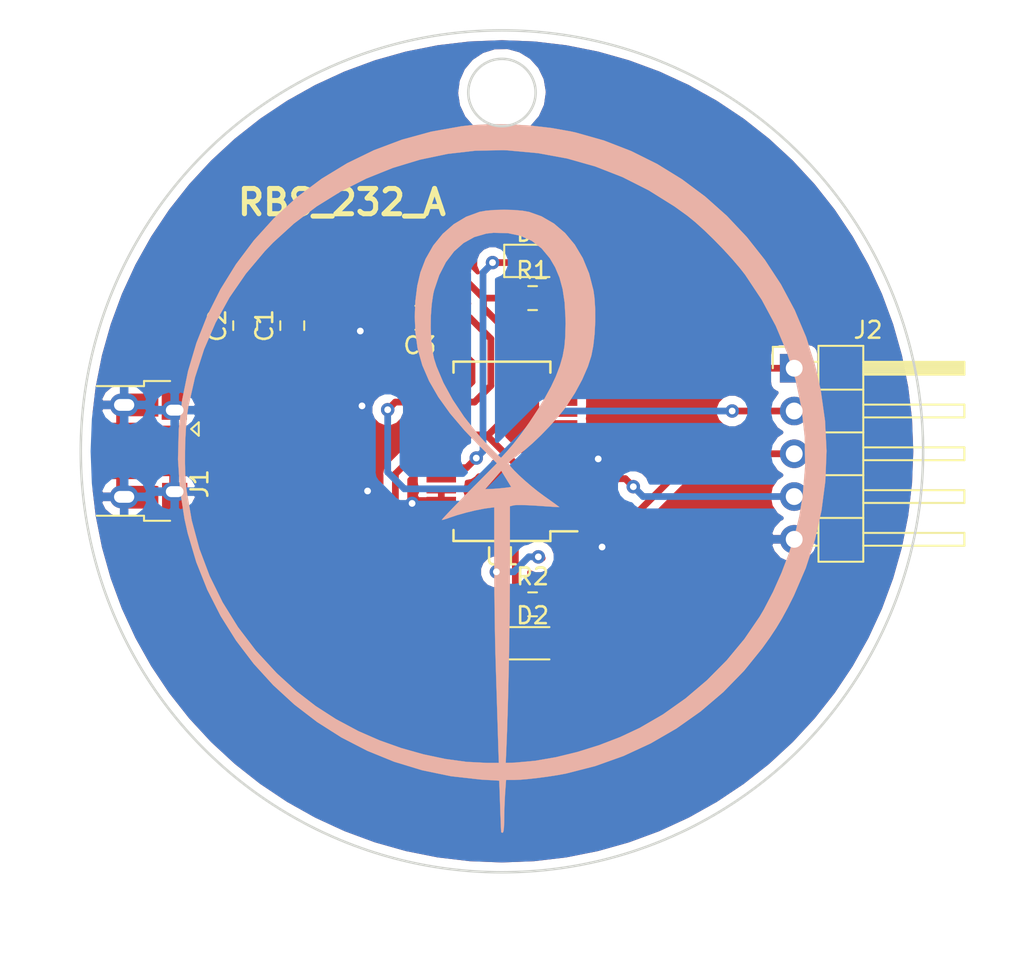
<source format=kicad_pcb>
(kicad_pcb (version 20171130) (host pcbnew 5.0.2-bee76a0~70~ubuntu18.04.1)
  (layers (0 F.Cu signal) (31 B.Cu signal) (34 B.Paste user) (35 F.Paste user) (36 B.SilkS user) (37 F.SilkS user) (38 B.Mask user) (39 F.Mask user) (44 Edge.Cuts user))
  (net 0 "")
  (net 1 "Net-(C1-Pad1)")
  (net 2 GND)
  (net 3 "Net-(C3-Pad1)")
  (net 4 "Net-(D1-Pad2)")
  (net 5 "Net-(D1-Pad1)")
  (net 6 "Net-(D2-Pad1)")
  (net 7 "Net-(D2-Pad2)")
  (net 8 "Net-(J1-Pad2)")
  (net 9 "Net-(J1-Pad3)")
  (net 10 "Net-(J1-Pad4)")
  (net 11 "Net-(J2-Pad3)")
  (net 12 "Net-(J2-Pad4)")
  (net 13 "Net-(U1-Pad2)")
  (net 14 "Net-(U1-Pad3)")
  (net 15 "Net-(U1-Pad6)")
  (net 16 "Net-(U1-Pad9)")
  (net 17 "Net-(U1-Pad10)")
  (net 18 "Net-(U1-Pad11)")
  (net 19 "Net-(U1-Pad12)")
  (net 20 "Net-(U1-Pad13)")
  (net 21 "Net-(U1-Pad14)")
  (net 22 "Net-(U1-Pad19)")
  (net 23 "Net-(U1-Pad27)")
  (net 24 "Net-(U1-Pad28)")
  (module Capacitor_SMD:C_0805_2012Metric_Pad1.15x1.40mm_HandSolder (layer F.Cu) (at 156.5656 86.3436 90)
    (fp_text reference C1 (at 0 -1.65 90) (layer F.SilkS))
    (fp_text value 10n)
    (pad 1 smd roundrect (at -1.025 0 90) (size 1.15 1.4) (layers F.Cu F.Paste F.Mask) (roundrect_rratio 0.217391) (net 1 "Net-(C1-Pad1)"))
    (pad 2 smd roundrect (at 1.025 0 90) (size 1.15 1.4) (layers F.Cu F.Paste F.Mask) (roundrect_rratio 0.217391) (net 2 GND))
  )
  (module Capacitor_SMD:C_0805_2012Metric_Pad1.15x1.40mm_HandSolder (layer F.Cu) (at 153.7716 86.3436 90)
    (fp_text reference C2 (at 0 -1.65 90) (layer F.SilkS))
    (fp_text value 100n)
    (pad 2 smd roundrect (at 1.025 0 90) (size 1.15 1.4) (layers F.Cu F.Paste F.Mask) (roundrect_rratio 0.217391) (net 2 GND))
    (pad 1 smd roundrect (at -1.025 0 90) (size 1.15 1.4) (layers F.Cu F.Paste F.Mask) (roundrect_rratio 0.217391) (net 1 "Net-(C1-Pad1)"))
  )
  (module Capacitor_SMD:C_0805_2012Metric_Pad1.15x1.40mm_HandSolder (layer F.Cu) (at 164.1348 85.8774 180)
    (fp_text reference C3 (at 0 -1.65 180) (layer F.SilkS))
    (fp_text value 100n)
    (pad 1 smd roundrect (at -1.025 0 180) (size 1.15 1.4) (layers F.Cu F.Paste F.Mask) (roundrect_rratio 0.217391) (net 3 "Net-(C3-Pad1)"))
    (pad 2 smd roundrect (at 1.025 0 180) (size 1.15 1.4) (layers F.Cu F.Paste F.Mask) (roundrect_rratio 0.217391) (net 2 GND))
  )
  (module LED_SMD:LED_0805_2012Metric (layer F.Cu) (at 170.8314 82.4992)
    (fp_text reference D1 (at 0 -1.65) (layer F.SilkS))
    (fp_text value LED_TX)
    (pad 2 smd roundrect (at 0.9375 0) (size 0.975 1.4) (layers F.Cu F.Paste F.Mask) (net 4 "Net-(D1-Pad2)"))
    (pad 1 smd roundrect (at -0.9375 0) (size 0.975 1.4) (layers F.Cu F.Paste F.Mask) (net 5 "Net-(D1-Pad1)"))
  )
  (module LED_SMD:LED_0805_2012Metric (layer F.Cu) (at 170.8314 105.2068)
    (fp_text reference D2 (at 0 -1.65) (layer F.SilkS))
    (fp_text value LED_RX)
    (pad 1 smd roundrect (at -0.9375 0) (size 0.975 1.4) (layers F.Cu F.Paste F.Mask) (net 6 "Net-(D2-Pad1)"))
    (pad 2 smd roundrect (at 0.9375 0) (size 0.975 1.4) (layers F.Cu F.Paste F.Mask) (net 7 "Net-(D2-Pad2)"))
  )
  (module Connector_USB:USB_Micro-B_Amphenol_10103594-0001LF_Horizontal (layer F.Cu) (at 147.701 93.8086 270)
    (fp_text reference J1 (at 1.925 -3.365 270) (layer F.SilkS))
    (fp_text value USB_B_Micro hide)
    (pad 6 smd rect (at 2.725 0.185 270) (size 1.35 2) (layers F.Cu F.Paste F.Mask) (net 2 GND))
    (pad 6 smd rect (at -2.755 0.185 270) (size 1.35 2) (layers F.Cu F.Paste F.Mask) (net 2 GND))
    (pad 6 smd rect (at -2.975 -0.565 270) (size 1.825 0.7) (layers F.Cu F.Paste F.Mask) (net 2 GND))
    (pad 6 smd rect (at 2.975 -0.565 270) (size 1.825 0.7) (layers F.Cu F.Paste F.Mask) (net 2 GND))
    (pad 6 smd rect (at -2.875 -1.865 270) (size 2 1.5) (layers F.Cu F.Paste F.Mask) (net 2 GND))
    (pad 6 smd rect (at 2.875 -1.885 270) (size 2 1.5) (layers F.Cu F.Paste F.Mask) (net 2 GND))
    (pad 1 smd rect (at -1.325 -1.765) (size 1.65 0.4) (layers F.Cu F.Paste F.Mask) (net 1 "Net-(C1-Pad1)"))
    (pad 2 smd rect (at -0.675 -1.765) (size 1.65 0.4) (layers F.Cu F.Paste F.Mask) (net 8 "Net-(J1-Pad2)"))
    (pad 3 smd rect (at -0.025 -1.765) (size 1.65 0.4) (layers F.Cu F.Paste F.Mask) (net 9 "Net-(J1-Pad3)"))
    (pad 4 smd rect (at 0.625 -1.765) (size 1.65 0.4) (layers F.Cu F.Paste F.Mask) (net 10 "Net-(J1-Pad4)"))
    (pad 5 smd rect (at 1.275 -1.765) (size 1.65 0.4) (layers F.Cu F.Paste F.Mask) (net 2 GND))
    (pad 6 thru_hole oval (at -2.445 -1.885) (size 1.5 1.1) (drill oval 1.05 0.65) (layers *.Cu *.Mask) (net 2 GND))
    (pad 6 thru_hole oval (at 2.395 -1.885) (size 1.5 1.1) (drill oval 1.05 0.65) (layers *.Cu *.Mask) (net 2 GND))
    (pad 6 thru_hole oval (at -2.755 1.115) (size 1.7 1.35) (drill oval 1.2 0.7) (layers *.Cu *.Mask) (net 2 GND))
    (pad 6 thru_hole oval (at 2.705 1.115) (size 1.7 1.35) (drill oval 1.2 0.7) (layers *.Cu *.Mask) (net 2 GND))
    (pad 6 smd rect (at -0.985 1.385) (size 2.5 1.43) (layers F.Cu F.Paste F.Mask) (net 2 GND))
    (pad 6 smd rect (at 0.935 1.385) (size 2.5 1.43) (layers F.Cu F.Paste F.Mask) (net 2 GND))
  )
  (module Connector_PinHeader_2.54mm:PinHeader_1x05_P2.54mm_Horizontal (layer F.Cu) (at 186.3598 88.8746)
    (fp_text reference J2 (at 4.385 -2.27) (layer F.SilkS))
    (fp_text value Conn_01x05)
    (pad 1 thru_hole rect (at 0 0) (size 1.7 1.7) (drill 1) (layers *.Cu *.Mask) (net 1 "Net-(C1-Pad1)"))
    (pad 2 thru_hole oval (at 0 2.54) (size 1.7 1.7) (drill 1) (layers *.Cu *.Mask) (net 3 "Net-(C3-Pad1)"))
    (pad 3 thru_hole oval (at 0 5.08) (size 1.7 1.7) (drill 1) (layers *.Cu *.Mask) (net 11 "Net-(J2-Pad3)"))
    (pad 4 thru_hole oval (at 0 7.62) (size 1.7 1.7) (drill 1) (layers *.Cu *.Mask) (net 12 "Net-(J2-Pad4)"))
    (pad 5 thru_hole oval (at 0 10.16) (size 1.7 1.7) (drill 1) (layers *.Cu *.Mask) (net 2 GND))
  )
  (module Resistor_SMD:R_0805_2012Metric_Pad1.15x1.40mm_HandSolder (layer F.Cu) (at 170.8314 84.709)
    (fp_text reference R1 (at 0 -1.65) (layer F.SilkS))
    (fp_text value 270)
    (pad 2 smd roundrect (at 1.025 0) (size 1.15 1.4) (layers F.Cu F.Paste F.Mask) (roundrect_rratio 0.217391) (net 4 "Net-(D1-Pad2)"))
    (pad 1 smd roundrect (at -1.025 0) (size 1.15 1.4) (layers F.Cu F.Paste F.Mask) (roundrect_rratio 0.217391) (net 1 "Net-(C1-Pad1)"))
  )
  (module Resistor_SMD:R_0805_2012Metric_Pad1.15x1.40mm_HandSolder (layer F.Cu) (at 170.8314 102.8954)
    (fp_text reference R2 (at 0 -1.65) (layer F.SilkS))
    (fp_text value 270)
    (pad 1 smd roundrect (at -1.025 0) (size 1.15 1.4) (layers F.Cu F.Paste F.Mask) (roundrect_rratio 0.217391) (net 1 "Net-(C1-Pad1)"))
    (pad 2 smd roundrect (at 1.025 0) (size 1.15 1.4) (layers F.Cu F.Paste F.Mask) (roundrect_rratio 0.217391) (net 7 "Net-(D2-Pad2)"))
  )
  (module Package_SO:SSOP-28_5.3x10.2mm_P0.65mm (layer F.Cu) (at 169.0116 93.8086 180)
    (fp_text reference U1 (at 0 -6.25 180) (layer F.SilkS))
    (fp_text value FT232RL)
    (pad 1 smd rect (at -3.6 -4.225 180) (size 1.75 0.45) (layers F.Cu F.Paste F.Mask) (net 11 "Net-(J2-Pad3)"))
    (pad 2 smd rect (at -3.6 -3.575 180) (size 1.75 0.45) (layers F.Cu F.Paste F.Mask) (net 13 "Net-(U1-Pad2)"))
    (pad 3 smd rect (at -3.6 -2.925 180) (size 1.75 0.45) (layers F.Cu F.Paste F.Mask) (net 14 "Net-(U1-Pad3)"))
    (pad 4 smd rect (at -3.6 -2.275 180) (size 1.75 0.45) (layers F.Cu F.Paste F.Mask) (net 1 "Net-(C1-Pad1)"))
    (pad 5 smd rect (at -3.6 -1.625 180) (size 1.75 0.45) (layers F.Cu F.Paste F.Mask) (net 12 "Net-(J2-Pad4)"))
    (pad 6 smd rect (at -3.6 -0.975 180) (size 1.75 0.45) (layers F.Cu F.Paste F.Mask) (net 15 "Net-(U1-Pad6)"))
    (pad 7 smd rect (at -3.6 -0.325 180) (size 1.75 0.45) (layers F.Cu F.Paste F.Mask) (net 2 GND))
    (pad 8 smd rect (at -3.6 0.325 180) (size 1.75 0.45) (layers F.Cu F.Paste F.Mask))
    (pad 9 smd rect (at -3.6 0.975 180) (size 1.75 0.45) (layers F.Cu F.Paste F.Mask) (net 16 "Net-(U1-Pad9)"))
    (pad 10 smd rect (at -3.6 1.625 180) (size 1.75 0.45) (layers F.Cu F.Paste F.Mask) (net 17 "Net-(U1-Pad10)"))
    (pad 11 smd rect (at -3.6 2.275 180) (size 1.75 0.45) (layers F.Cu F.Paste F.Mask) (net 18 "Net-(U1-Pad11)"))
    (pad 12 smd rect (at -3.6 2.925 180) (size 1.75 0.45) (layers F.Cu F.Paste F.Mask) (net 19 "Net-(U1-Pad12)"))
    (pad 13 smd rect (at -3.6 3.575 180) (size 1.75 0.45) (layers F.Cu F.Paste F.Mask) (net 20 "Net-(U1-Pad13)"))
    (pad 14 smd rect (at -3.6 4.225 180) (size 1.75 0.45) (layers F.Cu F.Paste F.Mask) (net 21 "Net-(U1-Pad14)"))
    (pad 15 smd rect (at 3.6 4.225 180) (size 1.75 0.45) (layers F.Cu F.Paste F.Mask) (net 9 "Net-(J1-Pad3)"))
    (pad 16 smd rect (at 3.6 3.575 180) (size 1.75 0.45) (layers F.Cu F.Paste F.Mask) (net 8 "Net-(J1-Pad2)"))
    (pad 17 smd rect (at 3.6 2.925 180) (size 1.75 0.45) (layers F.Cu F.Paste F.Mask) (net 3 "Net-(C3-Pad1)"))
    (pad 18 smd rect (at 3.6 2.275 180) (size 1.75 0.45) (layers F.Cu F.Paste F.Mask) (net 2 GND))
    (pad 19 smd rect (at 3.6 1.625 180) (size 1.75 0.45) (layers F.Cu F.Paste F.Mask) (net 22 "Net-(U1-Pad19)"))
    (pad 20 smd rect (at 3.6 0.975 180) (size 1.75 0.45) (layers F.Cu F.Paste F.Mask) (net 1 "Net-(C1-Pad1)"))
    (pad 21 smd rect (at 3.6 0.325 180) (size 1.75 0.45) (layers F.Cu F.Paste F.Mask) (net 2 GND))
    (pad 22 smd rect (at 3.6 -0.325 180) (size 1.75 0.45) (layers F.Cu F.Paste F.Mask) (net 6 "Net-(D2-Pad1)"))
    (pad 23 smd rect (at 3.6 -0.975 180) (size 1.75 0.45) (layers F.Cu F.Paste F.Mask) (net 5 "Net-(D1-Pad1)"))
    (pad 24 smd rect (at 3.6 -1.625 180) (size 1.75 0.45) (layers F.Cu F.Paste F.Mask))
    (pad 25 smd rect (at 3.6 -2.275 180) (size 1.75 0.45) (layers F.Cu F.Paste F.Mask) (net 2 GND))
    (pad 26 smd rect (at 3.6 -2.925 180) (size 1.75 0.45) (layers F.Cu F.Paste F.Mask) (net 2 GND))
    (pad 27 smd rect (at 3.6 -3.575 180) (size 1.75 0.45) (layers F.Cu F.Paste F.Mask) (net 23 "Net-(U1-Pad27)"))
    (pad 28 smd rect (at 3.6 -4.225 180) (size 1.75 0.45) (layers F.Cu F.Paste F.Mask) (net 24 "Net-(U1-Pad28)"))
  )
  (module custom:RBS_1.5in (layer B.Cu) (at 169.0624 95.377 180)
    (fp_text reference G*** hide)
    (fp_text value LOGO hide)
  )
  (module Symbol:OSHW-Logo_5.7x6mm_Copper (layer F.Cu) (at 180.0098 107.7976)
    (fp_text reference REF** hide)
    (fp_text value OSHW-Logo_5.7x6mm_Copper hide)
    (fp_poly (pts (xy 0.376964 -2.709982) (xy 0.433812 -2.40843) (xy 0.853338 -2.235488) (xy 1.104984 -2.406605) (xy 1.175458 -2.45425) (xy 1.239163 -2.49679) (xy 1.293126 -2.532285) (xy 1.334373 -2.55879) (xy 1.359934 -2.574364) (xy 1.366895 -2.577722) (xy 1.379435 -2.569086) (xy 1.406231 -2.545208) (xy 1.44428 -2.509141) (xy 1.490579 -2.463933) (xy 1.542123 -2.412636) (xy 1.595909 -2.358299) (xy 1.648935 -2.303972) (xy 1.698195 -2.252705) (xy 1.740687 -2.207549) (xy 1.773407 -2.171554) (xy 1.793351 -2.14777) (xy 1.798119 -2.13981) (xy 1.791257 -2.125135) (xy 1.77202 -2.092986) (xy 1.74243 -2.046508) (xy 1.70451 -1.988844) (xy 1.660282 -1.92314) (xy 1.634654 -1.885664) (xy 1.587941 -1.817232) (xy 1.546432 -1.75548) (xy 1.51214 -1.703481) (xy 1.48708 -1.664308) (xy 1.473264 -1.641035) (xy 1.471188 -1.636145) (xy 1.475895 -1.622245) (xy 1.488723 -1.58985) (xy 1.507738 -1.543515) (xy 1.531003 -1.487794) (xy 1.556584 -1.427242) (xy 1.582545 -1.366414) (xy 1.60695 -1.309864) (xy 1.627863 -1.262148) (xy 1.643349 -1.227819) (xy 1.651472 -1.211432) (xy 1.651952 -1.210788) (xy 1.664707 -1.207659) (xy 1.698677 -1.200679) (xy 1.75034 -1.190533) (xy 1.816176 -1.177908) (xy 1.892664 -1.163491) (xy 1.93729 -1.155177) (xy 2.019021 -1.139616) (xy 2.092843 -1.124808) (xy 2.155021 -1.111564) (xy 2.201822 -1.100695) (xy 2.229509 -1.093011) (xy 2.235074 -1.090573) (xy 2.240526 -1.07407) (xy 2.244924 -1.0368) (xy 2.248272 -0.98312) (xy 2.250574 -0.917388) (xy 2.251832 -0.843963) (xy 2.252048 -0.767204) (xy 2.251227 -0.691468) (xy 2.249371 -0.621114) (xy 2.246482 -0.5605) (xy 2.242565 -0.513984) (xy 2.237622 -0.485925) (xy 2.234657 -0.480084) (xy 2.216934 -0.473083) (xy 2.179381 -0.463073) (xy 2.126964 -0.451231) (xy 2.064652 -0.438733) (xy 2.0429 -0.43469) (xy 1.938024 -0.41548) (xy 1.85518 -0.400009) (xy 1.79163 -0.387663) (xy 1.744637 -0.377827) (xy 1.711463 -0.369886) (xy 1.689371 -0.363224) (xy 1.675624 -0.357227) (xy 1.667484 -0.351281) (xy 1.666345 -0.350106) (xy 1.654977 -0.331174) (xy 1.637635 -0.294331) (xy 1.61605 -0.244087) (xy 1.591954 -0.184954) (xy 1.567079 -0.121444) (xy 1.543157 -0.058068) (xy 1.521919 0.000662) (xy 1.505097 0.050235) (xy 1.494422 0.086139) (xy 1.491627 0.103862) (xy 1.49186 0.104483) (xy 1.501331 0.11897) (xy 1.522818 0.150844) (xy 1.554063 0.196789) (xy 1.592807 0.253485) (xy 1.636793 0.317617) (xy 1.649319 0.335842) (xy 1.693984 0.401914) (xy 1.733288 0.4622) (xy 1.765088 0.513235) (xy 1.787245 0.55156) (xy 1.797617 0.573711) (xy 1.798119 0.576432) (xy 1.789405 0.590736) (xy 1.765325 0.619072) (xy 1.728976 0.658396) (xy 1.683453 0.705661) (xy 1.631852 0.757823) (xy 1.577267 0.811835) (xy 1.522794 0.864653) (xy 1.471529 0.913231) (xy 1.426567 0.954523) (xy 1.391004 0.985485) (xy 1.367935 1.00307) (xy 1.361554 1.005941) (xy 1.346699 0.999178) (xy 1.316286 0.980939) (xy 1.275268 0.954297) (xy 1.243709 0.932852) (xy 1.186525 0.893503) (xy 1.118806 0.847171) (xy 1.05088 0.800913) (xy 1.014361 0.776155) (xy 0.890752 0.692547) (xy 0.786991 0.74865) (xy 0.73972 0.773228) (xy 0.699523 0.792331) (xy 0.672326 0.803227) (xy 0.665402 0.804743) (xy 0.657077 0.793549) (xy 0.640654 0.761917) (xy 0.617357 0.712765) (xy 0.588414 0.64901) (xy 0.55505 0.573571) (xy 0.518491 0.489364) (xy 0.479964 0.399308) (xy 0.440694 0.306321) (xy 0.401908 0.21332) (xy 0.36483 0.123223) (xy 0.330689 0.038948) (xy 0.300708 -0.036587) (xy 0.276116 -0.100466) (xy 0.258136 -0.149769) (xy 0.247997 -0.181579) (xy 0.246366 -0.192504) (xy 0.259291 -0.206439) (xy 0.287589 -0.22906) (xy 0.325346 -0.255667) (xy 0.328515 -0.257772) (xy 0.4261 -0.335886) (xy 0.504786 -0.427018) (xy 0.563891 -0.528255) (xy 0.602732 -0.636682) (xy 0.620628 -0.749386) (xy 0.616897 -0.863452) (xy 0.590857 -0.975966) (xy 0.541825 -1.084015) (xy 0.5274 -1.107655) (xy 0.452369 -1.203113) (xy 0.36373 -1.279768) (xy 0.264549 -1.33722) (xy 0.157895 -1.375071) (xy 0.046836 -1.392922) (xy -0.065561 -1.390375) (xy -0.176227 -1.36703) (xy -0.282094 -1.32249) (xy -0.380095 -1.256355) (xy -0.41041 -1.229513) (xy -0.487562 -1.145488) (xy -0.543782 -1.057034) (xy -0.582347 -0.957885) (xy -0.603826 -0.859697) (xy -0.609128 -0.749303) (xy -0.591448 -0.63836) (xy -0.552581 -0.530619) (xy -0.494323 -0.429831) (xy -0.418469 -0.339744) (xy -0.326817 -0.264108) (xy -0.314772 -0.256136) (xy -0.276611 -0.230026) (xy -0.247601 -0.207405) (xy -0.233732 -0.192961) (xy -0.233531 -0.192504) (xy -0.236508 -0.176879) (xy -0.248311 -0.141418) (xy -0.267714 -0.089038) (xy -0.293488 -0.022655) (xy -0.324409 0.054814) (xy -0.359249 0.14045) (xy -0.396783 0.231337) (xy -0.435783 0.324559) (xy -0.475023 0.417197) (xy -0.513276 0.506335) (xy -0.549317 0.589055) (xy -0.581917 0.662441) (xy -0.609852 0.723575) (xy -0.631895 0.769541) (xy -0.646818 0.797421) (xy -0.652828 0.804743) (xy -0.671191 0.799041) (xy -0.705552 0.783749) (xy -0.749984 0.761599) (xy -0.774417 0.74865) (xy -0.878178 0.692547) (xy -1.001787 0.776155) (xy -1.064886 0.818987) (xy -1.13397 0.866122) (xy -1.198707 0.910503) (xy -1.231134 0.932852) (xy -1.276741 0.963477) (xy -1.31536 0.987747) (xy -1.341952 1.002587) (xy -1.35059 1.005724) (xy -1.363161 0.997261) (xy -1.390984 0.973636) (xy -1.431361 0.937302) (xy -1.481595 0.890711) (xy -1.538988 0.836317) (xy -1.575286 0.801392) (xy -1.63879 0.738996) (xy -1.693673 0.683188) (xy -1.737714 0.636354) (xy -1.768695 0.600882) (xy -1.784398 0.579161) (xy -1.785905 0.574752) (xy -1.778914 0.557985) (xy -1.759594 0.524082) (xy -1.730091 0.476476) (xy -1.692545 0.418599) (xy -1.6491 0.353884) (xy -1.636745 0.335842) (xy -1.591727 0.270267) (xy -1.55134 0.211228) (xy -1.51784 0.162042) (xy -1.493486 0.126028) (xy -1.480536 0.106502) (xy -1.479285 0.104483) (xy -1.481156 0.088922) (xy -1.491087 0.054709) (xy -1.507347 0.006355) (xy -1.528205 -0.051629) (xy -1.551927 -0.11473) (xy -1.576784 -0.178437) (xy -1.601042 -0.238239) (xy -1.622971 -0.289624) (xy -1.640838 -0.328081) (xy -1.652913 -0.349098) (xy -1.653771 -0.350106) (xy -1.661154 -0.356112) (xy -1.673625 -0.362052) (xy -1.69392 -0.36854) (xy -1.724778 -0.376191) (xy -1.768934 -0.38562) (xy -1.829126 -0.397441) (xy -1.908093 -0.412271) (xy -2.00857 -0.430723) (xy -2.030325 -0.43469) (xy -2.094802 -0.447147) (xy -2.151011 -0.459334) (xy -2.193987 -0.470074) (xy -2.21876 -0.478191) (xy -2.222082 -0.480084) (xy -2.227556 -0.496862) (xy -2.232006 -0.534355) (xy -2.235428 -0.588206) (xy -2.237819 -0.654056) (xy -2.239177 -0.727547) (xy -2.239499 -0.80432) (xy -2.238781 -0.880017) (xy -2.237021 -0.95028) (xy -2.234216 -1.01075) (xy -2.230362 -1.05707) (xy -2.225457 -1.084881) (xy -2.2225 -1.090573) (xy -2.206037 -1.096314) (xy -2.168551 -1.105655) (xy -2.113775 -1.117785) (xy -2.045445 -1.131893) (xy -1.967294 -1.14717) (xy -1.924716 -1.155177) (xy -1.843929 -1.170279) (xy -1.771887 -1.18396) (xy -1.712111 -1.195533) (xy -1.668121 -1.204313) (xy -1.643439 -1.209613) (xy -1.639377 -1.210788) (xy -1.632511 -1.224035) (xy -1.617998 -1.255943) (xy -1.597771 -1.301953) (xy -1.573766 -1.357508) (xy -1.547918 -1.418047) (xy -1.52216 -1.479014) (xy -1.498427 -1.535849) (xy -1.478654 -1.583994) (xy -1.464776 -1.61889) (xy -1.458726 -1.635979) (xy -1.458614 -1.636726) (xy -1.465472 -1.650207) (xy -1.484698 -1.68123) (xy -1.514272 -1.726711) (xy -1.552173 -1.783568) (xy -1.59638 -1.848717) (xy -1.622079 -1.886138) (xy -1.668907 -1.954753) (xy -1.710499 -2.017048) (xy -1.744825 -2.069871) (xy -1.769857 -2.110073) (xy -1.783565 -2.1345) (xy -1.785544 -2.139976) (xy -1.777034 -2.152722) (xy -1.753507 -2.179937) (xy -1.717968 -2.218572) (xy -1.673423 -2.265577) (xy -1.622877 -2.317905) (xy -1.569336 -2.372505) (xy -1.515805 -2.42633) (xy -1.465289 -2.47633) (xy -1.420794 -2.519457) (xy -1.385325 -2.552661) (xy -1.361887 -2.572894) (xy -1.354046 -2.577722) (xy -1.34128 -2.570933) (xy -1.310744 -2.551858) (xy -1.26541 -2.522439) (xy -1.208244 -2.484619) (xy -1.142216 -2.440339) (xy -1.09241 -2.406605) (xy -0.840764 -2.235488) (xy -0.631001 -2.321959) (xy -0.421237 -2.40843) (xy -0.364389 -2.709982) (xy -0.30754 -3.011534) (xy 0.320115 -3.011534) (xy 0.376964 -2.709982)) (layer F.Cu) (width 0.01))
    (fp_poly (pts (xy 1.79946 1.45803) (xy 1.842711 1.471245) (xy 1.870558 1.487941) (xy 1.879629 1.501145) (xy 1.877132 1.516797) (xy 1.860931 1.541385) (xy 1.847232 1.5588) (xy 1.818992 1.590283) (xy 1.797775 1.603529) (xy 1.779688 1.602664) (xy 1.726035 1.58901) (xy 1.68663 1.58963) (xy 1.654632 1.605104) (xy 1.64389 1.614161) (xy 1.609505 1.646027) (xy 1.609505 2.062179) (xy 1.471188 2.062179) (xy 1.471188 1.458614) (xy 1.540347 1.458614) (xy 1.581869 1.460256) (xy 1.603291 1.466087) (xy 1.609502 1.477461) (xy 1.609505 1.477798) (xy 1.612439 1.489713) (xy 1.625704 1.488159) (xy 1.644084 1.479563) (xy 1.682046 1.463568) (xy 1.712872 1.453945) (xy 1.752536 1.451478) (xy 1.79946 1.45803)) (layer F.Cu) (width 0.01))
    (fp_poly (pts (xy -0.754012 1.469002) (xy -0.722717 1.48395) (xy -0.692409 1.505541) (xy -0.669318 1.530391) (xy -0.6525 1.562087) (xy -0.641006 1.604214) (xy -0.633891 1.660358) (xy -0.630207 1.734106) (xy -0.629008 1.829044) (xy -0.628989 1.838985) (xy -0.628713 2.062179) (xy -0.76703 2.062179) (xy -0.76703 1.856418) (xy -0.767128 1.780189) (xy -0.767809 1.724939) (xy -0.769651 1.686501) (xy -0.773233 1.660706) (xy -0.779132 1.643384) (xy -0.787927 1.630368) (xy -0.80018 1.617507) (xy -0.843047 1.589873) (xy -0.889843 1.584745) (xy -0.934424 1.602217) (xy -0.949928 1.615221) (xy -0.96131 1.627447) (xy -0.969481 1.64054) (xy -0.974974 1.658615) (xy -0.97832 1.685787) (xy -0.980051 1.72617) (xy -0.980697 1.783879) (xy -0.980792 1.854132) (xy -0.980792 2.062179) (xy -1.119109 2.062179) (xy -1.119109 1.458614) (xy -1.04995 1.458614) (xy -1.008428 1.460256) (xy -0.987006 1.466087) (xy -0.980795 1.477461) (xy -0.980792 1.477798) (xy -0.97791 1.488938) (xy -0.965199 1.487674) (xy -0.939926 1.475434) (xy -0.882605 1.457424) (xy -0.817037 1.455421) (xy -0.754012 1.469002)) (layer F.Cu) (width 0.01))
    (fp_poly (pts (xy 2.677898 1.456457) (xy 2.710096 1.464279) (xy 2.771825 1.492921) (xy 2.82461 1.536667) (xy 2.861141 1.589117) (xy 2.86616 1.600893) (xy 2.873045 1.63174) (xy 2.877864 1.677371) (xy 2.879505 1.723492) (xy 2.879505 1.810693) (xy 2.697178 1.810693) (xy 2.621979 1.810978) (xy 2.569003 1.812704) (xy 2.535325 1.817181) (xy 2.51802 1.82572) (xy 2.514163 1.83963) (xy 2.520829 1.860222) (xy 2.53277 1.884315) (xy 2.56608 1.924525) (xy 2.612368 1.944558) (xy 2.668944 1.943905) (xy 2.733031 1.922101) (xy 2.788417 1.895193) (xy 2.834375 1.931532) (xy 2.880333 1.967872) (xy 2.837096 2.007819) (xy 2.779374 2.045563) (xy 2.708386 2.06832) (xy 2.632029 2.074688) (xy 2.558199 2.063268) (xy 2.546287 2.059393) (xy 2.481399 2.025506) (xy 2.43313 1.974986) (xy 2.400465 1.906325) (xy 2.382385 1.818014) (xy 2.382175 1.816121) (xy 2.380556 1.719878) (xy 2.3871 1.685542) (xy 2.514852 1.685542) (xy 2.526584 1.690822) (xy 2.558438 1.694867) (xy 2.605397 1.697176) (xy 2.635154 1.697525) (xy 2.690648 1.697306) (xy 2.725346 1.695916) (xy 2.743601 1.692251) (xy 2.749766 1.68521) (xy 2.748195 1.67369) (xy 2.746878 1.669233) (xy 2.724382 1.627355) (xy 2.689003 1.593604) (xy 2.65778 1.578773) (xy 2.616301 1.579668) (xy 2.574269 1.598164) (xy 2.539012 1.628786) (xy 2.517854 1.666062) (xy 2.514852 1.685542) (xy 2.3871 1.685542) (xy 2.39669 1.635229) (xy 2.428698 1.564191) (xy 2.474701 1.508779) (xy 2.532821 1.471009) (xy 2.60118 1.452896) (xy 2.677898 1.456457)) (layer F.Cu) (width 0.01))
    (fp_poly (pts (xy 2.217226 1.46388) (xy 2.29008 1.49483) (xy 2.313027 1.509895) (xy 2.342354 1.533048) (xy 2.360764 1.551253) (xy 2.363961 1.557183) (xy 2.354935 1.57034) (xy 2.331837 1.592667) (xy 2.313344 1.60825) (xy 2.262728 1.648926) (xy 2.22276 1.615295) (xy 2.191874 1.593584) (xy 2.161759 1.58609) (xy 2.127292 1.58792) (xy 2.072561 1.601528) (xy 2.034886 1.629772) (xy 2.011991 1.675433) (xy 2.001597 1.741289) (xy 2.001595 1.741331) (xy 2.002494 1.814939) (xy 2.016463 1.868946) (xy 2.044328 1.905716) (xy 2.063325 1.918168) (xy 2.113776 1.933673) (xy 2.167663 1.933683) (xy 2.214546 1.918638) (xy 2.225644 1.911287) (xy 2.253476 1.892511) (xy 2.275236 1.889434) (xy 2.298704 1.903409) (xy 2.324649 1.92851) (xy 2.365716 1.97088) (xy 2.320121 2.008464) (xy 2.249674 2.050882) (xy 2.170233 2.071785) (xy 2.087215 2.070272) (xy 2.032694 2.056411) (xy 1.96897 2.022135) (xy 1.918005 1.968212) (xy 1.894851 1.930149) (xy 1.876099 1.875536) (xy 1.866715 1.806369) (xy 1.866643 1.731407) (xy 1.875824 1.659409) (xy 1.894199 1.599137) (xy 1.897093 1.592958) (xy 1.939952 1.532351) (xy 1.997979 1.488224) (xy 2.066591 1.461493) (xy 2.141201 1.453073) (xy 2.217226 1.46388)) (layer F.Cu) (width 0.01))
    (fp_poly (pts (xy 0.993367 1.654342) (xy 0.994555 1.746563) (xy 0.998897 1.81661) (xy 1.007558 1.867381) (xy 1.021704 1.901772) (xy 1.0425 1.922679) (xy 1.07111 1.933) (xy 1.106535 1.935636) (xy 1.143636 1.932682) (xy 1.171818 1.921889) (xy 1.192243 1.90036) (xy 1.206079 1.865199) (xy 1.214491 1.81351) (xy 1.218643 1.742394) (xy 1.219703 1.654342) (xy 1.219703 1.458614) (xy 1.35802 1.458614) (xy 1.35802 2.062179) (xy 1.288862 2.062179) (xy 1.24717 2.060489) (xy 1.225701 2.054556) (xy 1.219703 2.043293) (xy 1.216091 2.033261) (xy 1.201714 2.035383) (xy 1.172736 2.04958) (xy 1.106319 2.07148) (xy 1.035875 2.069928) (xy 0.968377 2.046147) (xy 0.936233 2.027362) (xy 0.911715 2.007022) (xy 0.893804 1.981573) (xy 0.881479 1.947458) (xy 0.873723 1.901121) (xy 0.869516 1.839007) (xy 0.86784 1.757561) (xy 0.867624 1.694578) (xy 0.867624 1.458614) (xy 0.993367 1.458614) (xy 0.993367 1.654342)) (layer F.Cu) (width 0.01))
    (fp_poly (pts (xy 0.610762 1.466055) (xy 0.674363 1.500692) (xy 0.724123 1.555372) (xy 0.747568 1.599842) (xy 0.757634 1.639121) (xy 0.764156 1.695116) (xy 0.766951 1.759621) (xy 0.765836 1.824429) (xy 0.760626 1.881334) (xy 0.754541 1.911727) (xy 0.734014 1.953306) (xy 0.698463 1.997468) (xy 0.655619 2.036087) (xy 0.613211 2.061034) (xy 0.612177 2.06143) (xy 0.559553 2.072331) (xy 0.497188 2.072601) (xy 0.437924 2.062676) (xy 0.41504 2.054722) (xy 0.356102 2.0213) (xy 0.31389 1.977511) (xy 0.286156 1.919538) (xy 0.270651 1.843565) (xy 0.267143 1.803771) (xy 0.26759 1.753766) (xy 0.402376 1.753766) (xy 0.406917 1.826732) (xy 0.419986 1.882334) (xy 0.440756 1.917861) (xy 0.455552 1.92802) (xy 0.493464 1.935104) (xy 0.538527 1.933007) (xy 0.577487 1.922812) (xy 0.587704 1.917204) (xy 0.614659 1.884538) (xy 0.632451 1.834545) (xy 0.640024 1.773705) (xy 0.636325 1.708497) (xy 0.628057 1.669253) (xy 0.60432 1.623805) (xy 0.566849 1.595396) (xy 0.52172 1.585573) (xy 0.475011 1.595887) (xy 0.439132 1.621112) (xy 0.420277 1.641925) (xy 0.409272 1.662439) (xy 0.404026 1.690203) (xy 0.402449 1.732762) (xy 0.402376 1.753766) (xy 0.26759 1.753766) (xy 0.268094 1.69758) (xy 0.285388 1.610501) (xy 0.319029 1.54253) (xy 0.369018 1.493664) (xy 0.435356 1.463899) (xy 0.449601 1.460448) (xy 0.53521 1.452345) (xy 0.610762 1.466055)) (layer F.Cu) (width 0.01))
    (fp_poly (pts (xy 0.014017 1.456452) (xy 0.061634 1.465482) (xy 0.111034 1.48437) (xy 0.116312 1.486777) (xy 0.153774 1.506476) (xy 0.179717 1.524781) (xy 0.188103 1.536508) (xy 0.180117 1.555632) (xy 0.16072 1.58385) (xy 0.15211 1.594384) (xy 0.116628 1.635847) (xy 0.070885 1.608858) (xy 0.02735 1.590878) (xy -0.02295 1.581267) (xy -0.071188 1.58066) (xy -0.108533 1.589691) (xy -0.117495 1.595327) (xy -0.134563 1.621171) (xy -0.136637 1.650941) (xy -0.123866 1.674197) (xy -0.116312 1.678708) (xy -0.093675 1.684309) (xy -0.053885 1.690892) (xy -0.004834 1.697183) (xy 0.004215 1.69817) (xy 0.082996 1.711798) (xy 0.140136 1.734946) (xy 0.17803 1.769752) (xy 0.199079 1.818354) (xy 0.205635 1.877718) (xy 0.196577 1.945198) (xy 0.167164 1.998188) (xy 0.117278 2.036783) (xy 0.0468 2.061081) (xy -0.031435 2.070667) (xy -0.095234 2.070552) (xy -0.146984 2.061845) (xy -0.182327 2.049825) (xy -0.226983 2.02888) (xy -0.268253 2.004574) (xy -0.282921 1.993876) (xy -0.320643 1.963084) (xy -0.275148 1.917049) (xy -0.229653 1.871013) (xy -0.177928 1.905243) (xy -0.126048 1.930952) (xy -0.070649 1.944399) (xy -0.017395 1.945818) (xy 0.028049 1.935443) (xy 0.060016 1.913507) (xy 0.070338 1.894998) (xy 0.068789 1.865314) (xy 0.04314 1.842615) (xy -0.00654 1.82694) (xy -0.060969 1.819695) (xy -0.144736 1.805873) (xy -0.206967 1.779796) (xy -0.248493 1.740699) (xy -0.270147 1.68782) (xy -0.273147 1.625126) (xy -0.258329 1.559642) (xy -0.224546 1.510144) (xy -0.171495 1.476408) (xy -0.098874 1.458207) (xy -0.045072 1.454639) (xy 0.014017 1.456452)) (layer F.Cu) (width 0.01))
    (fp_poly (pts (xy -1.356699 1.472614) (xy -1.344168 1.478514) (xy -1.300799 1.510283) (xy -1.25979 1.556646) (xy -1.229168 1.607696) (xy -1.220459 1.631166) (xy -1.212512 1.673091) (xy -1.207774 1.723757) (xy -1.207199 1.744679) (xy -1.207129 1.810693) (xy -1.587083 1.810693) (xy -1.578983 1.845273) (xy -1.559104 1.88617) (xy -1.524347 1.921514) (xy -1.482998 1.944282) (xy -1.456649 1.94901) (xy -1.420916 1.943273) (xy -1.378282 1.928882) (xy -1.363799 1.922262) (xy -1.31024 1.895513) (xy -1.264533 1.930376) (xy -1.238158 1.953955) (xy -1.224124 1.973417) (xy -1.223414 1.979129) (xy -1.235951 1.992973) (xy -1.263428 2.014012) (xy -1.288366 2.030425) (xy -1.355664 2.05993) (xy -1.43111 2.073284) (xy -1.505888 2.069812) (xy -1.565495 2.051663) (xy -1.626941 2.012784) (xy -1.670608 1.961595) (xy -1.697926 1.895367) (xy -1.710322 1.811371) (xy -1.711421 1.772936) (xy -1.707022 1.684861) (xy -1.706482 1.682299) (xy -1.580582 1.682299) (xy -1.577115 1.690558) (xy -1.562863 1.695113) (xy -1.53347 1.697065) (xy -1.484575 1.697517) (xy -1.465748 1.697525) (xy -1.408467 1.696843) (xy -1.372141 1.694364) (xy -1.352604 1.689443) (xy -1.34569 1.681434) (xy -1.345445 1.678862) (xy -1.353336 1.658423) (xy -1.373085 1.629789) (xy -1.381575 1.619763) (xy -1.413094 1.591408) (xy -1.445949 1.580259) (xy -1.463651 1.579327) (xy -1.511539 1.590981) (xy -1.551699 1.622285) (xy -1.577173 1.667752) (xy -1.577625 1.669233) (xy -1.580582 1.682299) (xy -1.706482 1.682299) (xy -1.692392 1.61551) (xy -1.666038 1.560025) (xy -1.633807 1.520639) (xy -1.574217 1.477931) (xy -1.504168 1.455109) (xy -1.429661 1.453046) (xy -1.356699 1.472614)) (layer F.Cu) (width 0.01))
    (fp_poly (pts (xy -2.538261 1.465148) (xy -2.472479 1.494231) (xy -2.42254 1.542793) (xy -2.388374 1.610908) (xy -2.369907 1.698651) (xy -2.368583 1.712351) (xy -2.367546 1.808939) (xy -2.380993 1.893602) (xy -2.408108 1.962221) (xy -2.422627 1.984294) (xy -2.473201 2.031011) (xy -2.537609 2.061268) (xy -2.609666 2.073824) (xy -2.683185 2.067439) (xy -2.739072 2.047772) (xy -2.787132 2.014629) (xy -2.826412 1.971175) (xy -2.827092 1.970158) (xy -2.843044 1.943338) (xy -2.85341 1.916368) (xy -2.859688 1.882332) (xy -2.863373 1.83431) (xy -2.864997 1.794931) (xy -2.865672 1.759219) (xy -2.739955 1.759219) (xy -2.738726 1.79477) (xy -2.734266 1.842094) (xy -2.726397 1.872465) (xy -2.712207 1.894072) (xy -2.698917 1.906694) (xy -2.651802 1.933122) (xy -2.602505 1.936653) (xy -2.556593 1.917639) (xy -2.533638 1.896331) (xy -2.517096 1.874859) (xy -2.507421 1.854313) (xy -2.503174 1.827574) (xy -2.50292 1.787523) (xy -2.504228 1.750638) (xy -2.507043 1.697947) (xy -2.511505 1.663772) (xy -2.519548 1.64148) (xy -2.533103 1.624442) (xy -2.543845 1.614703) (xy -2.588777 1.589123) (xy -2.637249 1.587847) (xy -2.677894 1.602999) (xy -2.712567 1.634642) (xy -2.733224 1.68662) (xy -2.739955 1.759219) (xy -2.865672 1.759219) (xy -2.866479 1.716621) (xy -2.863948 1.658056) (xy -2.856362 1.614007) (xy -2.842681 1.579248) (xy -2.821865 1.548551) (xy -2.814147 1.539436) (xy -2.765889 1.494021) (xy -2.714128 1.467493) (xy -2.650828 1.456379) (xy -2.619961 1.455471) (xy -2.538261 1.465148)) (layer F.Cu) (width 0.01))
    (fp_poly (pts (xy 2.032581 2.40497) (xy 2.092685 2.420597) (xy 2.143021 2.452848) (xy 2.167393 2.47694) (xy 2.207345 2.533895) (xy 2.230242 2.599965) (xy 2.238108 2.681182) (xy 2.238148 2.687748) (xy 2.238218 2.753763) (xy 1.858264 2.753763) (xy 1.866363 2.788342) (xy 1.880987 2.819659) (xy 1.906581 2.852291) (xy 1.911935 2.8575) (xy 1.957943 2.885694) (xy 2.01041 2.890475) (xy 2.070803 2.871926) (xy 2.08104 2.866931) (xy 2.112439 2.851745) (xy 2.13347 2.843094) (xy 2.137139 2.842293) (xy 2.149948 2.850063) (xy 2.174378 2.869072) (xy 2.186779 2.87946) (xy 2.212476 2.903321) (xy 2.220915 2.919077) (xy 2.215058 2.933571) (xy 2.211928 2.937534) (xy 2.190725 2.954879) (xy 2.155738 2.975959) (xy 2.131337 2.988265) (xy 2.062072 3.009946) (xy 1.985388 3.016971) (xy 1.912765 3.008647) (xy 1.892426 3.002686) (xy 1.829476 2.968952) (xy 1.782815 2.917045) (xy 1.752173 2.846459) (xy 1.737282 2.756692) (xy 1.735647 2.709753) (xy 1.740421 2.641413) (xy 1.86099 2.641413) (xy 1.872652 2.646465) (xy 1.903998 2.650429) (xy 1.949571 2.652768) (xy 1.980446 2.653169) (xy 2.035981 2.652783) (xy 2.071033 2.650975) (xy 2.090262 2.646773) (xy 2.09833 2.639203) (xy 2.099901 2.628218) (xy 2.089121 2.594381) (xy 2.06198 2.56094) (xy 2.026277 2.535272) (xy 1.99056 2.524772) (xy 1.942048 2.534086) (xy 1.900053 2.561013) (xy 1.870936 2.599827) (xy 1.86099 2.641413) (xy 1.740421 2.641413) (xy 1.742599 2.610236) (xy 1.764055 2.530949) (xy 1.80047 2.471263) (xy 1.852297 2.430549) (xy 1.91999 2.408179) (xy 1.956662 2.403871) (xy 2.032581 2.40497)) (layer F.Cu) (width 0.01))
    (fp_poly (pts (xy 1.635255 2.401486) (xy 1.683595 2.411015) (xy 1.711114 2.425125) (xy 1.740064 2.448568) (xy 1.698876 2.500571) (xy 1.673482 2.532064) (xy 1.656238 2.547428) (xy 1.639102 2.549776) (xy 1.614027 2.542217) (xy 1.602257 2.537941) (xy 1.55427 2.531631) (xy 1.510324 2.545156) (xy 1.47806 2.57571) (xy 1.472819 2.585452) (xy 1.467112 2.611258) (xy 1.462706 2.658817) (xy 1.459811 2.724758) (xy 1.458631 2.80571) (xy 1.458614 2.817226) (xy 1.458614 3.017822) (xy 1.320297 3.017822) (xy 1.320297 2.401683) (xy 1.389456 2.401683) (xy 1.429333 2.402725) (xy 1.450107 2.407358) (xy 1.457789 2.417849) (xy 1.458614 2.427745) (xy 1.458614 2.453806) (xy 1.491745 2.427745) (xy 1.529735 2.409965) (xy 1.58077 2.401174) (xy 1.635255 2.401486)) (layer F.Cu) (width 0.01))
    (fp_poly (pts (xy 1.038411 2.405417) (xy 1.091411 2.41829) (xy 1.106731 2.42511) (xy 1.136428 2.442974) (xy 1.15922 2.463093) (xy 1.176083 2.488962) (xy 1.187998 2.524073) (xy 1.195942 2.57192) (xy 1.200894 2.635996) (xy 1.203831 2.719794) (xy 1.204947 2.775768) (xy 1.209052 3.017822) (xy 1.138932 3.017822) (xy 1.096393 3.016038) (xy 1.074476 3.009942) (xy 1.068812 2.999706) (xy 1.065821 2.988637) (xy 1.052451 2.990754) (xy 1.034233 2.999629) (xy 0.988624 3.013233) (xy 0.930007 3.016899) (xy 0.868354 3.010903) (xy 0.813638 2.995521) (xy 0.80873 2.993386) (xy 0.758723 2.958255) (xy 0.725756 2.909419) (xy 0.710587 2.852333) (xy 0.711746 2.831824) (xy 0.835508 2.831824) (xy 0.846413 2.859425) (xy 0.878745 2.879204) (xy 0.93091 2.889819) (xy 0.958787 2.891228) (xy 1.005247 2.88762) (xy 1.036129 2.873597) (xy 1.043664 2.866931) (xy 1.064076 2.830666) (xy 1.068812 2.797773) (xy 1.068812 2.753763) (xy 1.007513 2.753763) (xy 0.936256 2.757395) (xy 0.886276 2.768818) (xy 0.854696 2.788824) (xy 0.847626 2.797743) (xy 0.835508 2.831824) (xy 0.711746 2.831824) (xy 0.713971 2.792456) (xy 0.736663 2.735244) (xy 0.767624 2.69658) (xy 0.786376 2.679864) (xy 0.804733 2.668878) (xy 0.828619 2.66218) (xy 0.863957 2.658326) (xy 0.916669 2.655873) (xy 0.937577 2.655168) (xy 1.068812 2.650879) (xy 1.06862 2.611158) (xy 1.063537 2.569405) (xy 1.045162 2.544158) (xy 1.008039 2.52803) (xy 1.007043 2.527742) (xy 0.95441 2.5214) (xy 0.902906 2.529684) (xy 0.86463 2.549827) (xy 0.849272 2.559773) (xy 0.83273 2.558397) (xy 0.807275 2.543987) (xy 0.792328 2.533817) (xy 0.763091 2.512088) (xy 0.74498 2.4958) (xy 0.742074 2.491137) (xy 0.75404 2.467005) (xy 0.789396 2.438185) (xy 0.804753 2.428461) (xy 0.848901 2.411714) (xy 0.908398 2.402227) (xy 0.974487 2.400095) (xy 1.038411 2.405417)) (layer F.Cu) (width 0.01))
    (fp_poly (pts (xy 0.281524 2.404237) (xy 0.331255 2.407971) (xy 0.461291 2.797773) (xy 0.481678 2.728614) (xy 0.493946 2.685874) (xy 0.510085 2.628115) (xy 0.527512 2.564625) (xy 0.536726 2.53057) (xy 0.571388 2.401683) (xy 0.714391 2.401683) (xy 0.671646 2.536857) (xy 0.650596 2.603342) (xy 0.625167 2.683539) (xy 0.59861 2.767193) (xy 0.574902 2.841782) (xy 0.520902 3.011535) (xy 0.462598 3.015328) (xy 0.404295 3.019122) (xy 0.372679 2.914734) (xy 0.353182 2.849889) (xy 0.331904 2.7784) (xy 0.313308 2.715263) (xy 0.312574 2.71275) (xy 0.298684 2.669969) (xy 0.286429 2.640779) (xy 0.277846 2.629741) (xy 0.276082 2.631018) (xy 0.269891 2.64813) (xy 0.258128 2.684787) (xy 0.242225 2.736378) (xy 0.223614 2.798294) (xy 0.213543 2.832352) (xy 0.159007 3.017822) (xy 0.043264 3.017822) (xy -0.049263 2.725471) (xy -0.075256 2.643462) (xy -0.098934 2.568987) (xy -0.11918 2.505544) (xy -0.134874 2.456632) (xy -0.144898 2.425749) (xy -0.147945 2.416726) (xy -0.145533 2.407487) (xy -0.126592 2.403441) (xy -0.087177 2.403846) (xy -0.081007 2.404152) (xy -0.007914 2.407971) (xy 0.039957 2.58401) (xy 0.057553 2.648211) (xy 0.073277 2.704649) (xy 0.085746 2.748422) (xy 0.093574 2.77463) (xy 0.09502 2.778903) (xy 0.101014 2.77399) (xy 0.113101 2.748532) (xy 0.129893 2.705997) (xy 0.150003 2.64985) (xy 0.167003 2.59913) (xy 0.231794 2.400504) (xy 0.281524 2.404237)) (layer F.Cu) (width 0.01))
    (fp_poly (pts (xy -0.201188 3.017822) (xy -0.270346 3.017822) (xy -0.310488 3.016645) (xy -0.331394 3.011772) (xy -0.338922 3.001186) (xy -0.339505 2.994029) (xy -0.340774 2.979676) (xy -0.348779 2.976923) (xy -0.369815 2.985771) (xy -0.386173 2.994029) (xy -0.448977 3.013597) (xy -0.517248 3.014729) (xy -0.572752 3.000135) (xy -0.624438 2.964877) (xy -0.663838 2.912835) (xy -0.685413 2.85145) (xy -0.685962 2.848018) (xy -0.689167 2.810571) (xy -0.690761 2.756813) (xy -0.690633 2.716155) (xy -0.553279 2.716155) (xy -0.550097 2.770194) (xy -0.542859 2.814735) (xy -0.53306 2.839888) (xy -0.495989 2.87426) (xy -0.451974 2.886582) (xy -0.406584 2.876618) (xy -0.367797 2.846895) (xy -0.353108 2.826905) (xy -0.344519 2.80305) (xy -0.340496 2.76823) (xy -0.339505 2.71593) (xy -0.341278 2.664139) (xy -0.345963 2.618634) (xy -0.352603 2.588181) (xy -0.35371 2.585452) (xy -0.380491 2.553) (xy -0.419579 2.535183) (xy -0.463315 2.532306) (xy -0.504038 2.544674) (xy -0.534087 2.572593) (xy -0.537204 2.578148) (xy -0.546961 2.612022) (xy -0.552277 2.660728) (xy -0.553279 2.716155) (xy -0.690633 2.716155) (xy -0.690568 2.69554) (xy -0.689664 2.662563) (xy -0.683514 2.580981) (xy -0.670733 2.51973) (xy -0.649471 2.474449) (xy -0.617878 2.440779) (xy -0.587207 2.421014) (xy -0.544354 2.40712) (xy -0.491056 2.402354) (xy -0.43648 2.406236) (xy -0.389792 2.418282) (xy -0.365124 2.432693) (xy -0.339505 2.455878) (xy -0.339505 2.162773) (xy -0.201188 2.162773) (xy -0.201188 3.017822)) (layer F.Cu) (width 0.01))
    (fp_poly (pts (xy -0.993356 2.40302) (xy -0.974539 2.40866) (xy -0.968473 2.421053) (xy -0.968218 2.426647) (xy -0.967129 2.44223) (xy -0.959632 2.444676) (xy -0.939381 2.433993) (xy -0.927351 2.426694) (xy -0.8894 2.411063) (xy -0.844072 2.403334) (xy -0.796544 2.40274) (xy -0.751995 2.408513) (xy -0.715602 2.419884) (xy -0.692543 2.436088) (xy -0.687996 2.456355) (xy -0.690291 2.461843) (xy -0.70702 2.484626) (xy -0.732963 2.512647) (xy -0.737655 2.517177) (xy -0.762383 2.538005) (xy -0.783718 2.544735) (xy -0.813555 2.540038) (xy -0.825508 2.536917) (xy -0.862705 2.529421) (xy -0.888859 2.532792) (xy -0.910946 2.544681) (xy -0.931178 2.560635) (xy -0.946079 2.5807) (xy -0.956434 2.608702) (xy -0.963029 2.648467) (xy -0.966649 2.703823) (xy -0.968078 2.778594) (xy -0.968218 2.82374) (xy -0.968218 3.017822) (xy -1.09396 3.017822) (xy -1.09396 2.401683) (xy -1.031089 2.401683) (xy -0.993356 2.40302)) (layer F.Cu) (width 0.01))
    (fp_poly (pts (xy -1.38421 2.406555) (xy -1.325055 2.422339) (xy -1.280023 2.450948) (xy -1.248246 2.488419) (xy -1.238366 2.504411) (xy -1.231073 2.521163) (xy -1.225974 2.542592) (xy -1.222679 2.572616) (xy -1.220797 2.615154) (xy -1.219937 2.674122) (xy -1.219707 2.75344) (xy -1.219703 2.774484) (xy -1.219703 3.017822) (xy -1.280059 3.017822) (xy -1.318557 3.015126) (xy -1.347023 3.008295) (xy -1.354155 3.004083) (xy -1.373652 2.996813) (xy -1.393566 3.004083) (xy -1.426353 3.01316) (xy -1.473978 3.016813) (xy -1.526764 3.015228) (xy -1.575036 3.008589) (xy -1.603218 3.000072) (xy -1.657753 2.965063) (xy -1.691835 2.916479) (xy -1.707157 2.851882) (xy -1.707299 2.850223) (xy -1.705955 2.821566) (xy -1.584356 2.821566) (xy -1.573726 2.854161) (xy -1.55641 2.872505) (xy -1.521652 2.886379) (xy -1.475773 2.891917) (xy -1.428988 2.889191) (xy -1.391514 2.878274) (xy -1.381015 2.871269) (xy -1.362668 2.838904) (xy -1.35802 2.802111) (xy -1.35802 2.753763) (xy -1.427582 2.753763) (xy -1.493667 2.75885) (xy -1.543764 2.773263) (xy -1.574929 2.795729) (xy -1.584356 2.821566) (xy -1.705955 2.821566) (xy -1.703987 2.779647) (xy -1.68071 2.723845) (xy -1.636948 2.681647) (xy -1.630899 2.677808) (xy -1.604907 2.665309) (xy -1.572735 2.65774) (xy -1.52776 2.654061) (xy -1.474331 2.653216) (xy -1.35802 2.653169) (xy -1.35802 2.604411) (xy -1.362953 2.566581) (xy -1.375543 2.541236) (xy -1.377017 2.539887) (xy -1.405034 2.5288) (xy -1.447326 2.524503) (xy -1.494064 2.526615) (xy -1.535418 2.534756) (xy -1.559957 2.546965) (xy -1.573253 2.556746) (xy -1.587294 2.558613) (xy -1.606671 2.5506) (xy -1.635976 2.530739) (xy -1.679803 2.497063) (xy -1.683825 2.493909) (xy -1.681764 2.482236) (xy -1.664568 2.462822) (xy -1.638433 2.441248) (xy -1.609552 2.423096) (xy -1.600478 2.418809) (xy -1.56738 2.410256) (xy -1.51888 2.404155) (xy -1.464695 2.401708) (xy -1.462161 2.401703) (xy -1.38421 2.406555)) (layer F.Cu) (width 0.01))
    (fp_poly (pts (xy -1.908759 1.469184) (xy -1.882247 1.482282) (xy -1.849553 1.505106) (xy -1.825725 1.529996) (xy -1.809406 1.561249) (xy -1.79924 1.603166) (xy -1.793872 1.660044) (xy -1.791944 1.736184) (xy -1.791831 1.768917) (xy -1.792161 1.840656) (xy -1.793527 1.891927) (xy -1.7965 1.927404) (xy -1.801649 1.951763) (xy -1.809543 1.96968) (xy -1.817757 1.981902) (xy -1.870187 2.033905) (xy -1.93193 2.065184) (xy -1.998536 2.074592) (xy -2.065558 2.06098) (xy -2.086792 2.051354) (xy -2.137624 2.024859) (xy -2.137624 2.440052) (xy -2.100525 2.420868) (xy -2.051643 2.406025) (xy -1.991561 2.402222) (xy -1.931564 2.409243) (xy -1.886256 2.425013) (xy -1.848675 2.455047) (xy -1.816564 2.498024) (xy -1.81415 2.502436) (xy -1.803967 2.523221) (xy -1.79653 2.54417) (xy -1.791411 2.569548) (xy -1.788181 2.603618) (xy -1.786413 2.650641) (xy -1.785677 2.714882) (xy -1.785544 2.787176) (xy -1.785544 3.017822) (xy -1.923861 3.017822) (xy -1.923861 2.592533) (xy -1.962549 2.559979) (xy -2.002738 2.53394) (xy -2.040797 2.529205) (xy -2.079066 2.541389) (xy -2.099462 2.55332) (xy -2.114642 2.570313) (xy -2.125438 2.595995) (xy -2.132683 2.633991) (xy -2.137208 2.687926) (xy -2.139844 2.761425) (xy -2.140772 2.810347) (xy -2.143911 3.011535) (xy -2.209926 3.015336) (xy -2.27594 3.019136) (xy -2.27594 1.77065) (xy -2.137624 1.77065) (xy -2.134097 1.840254) (xy -2.122215 1.888569) (xy -2.10002 1.918631) (xy -2.065559 1.933471) (xy -2.030742 1.936436) (xy -1.991329 1.933028) (xy -1.965171 1.919617) (xy -1.948814 1.901896) (xy -1.935937 1.882835) (xy -1.928272 1.861601) (xy -1.924861 1.831849) (xy -1.924749 1.787236) (xy -1.925897 1.74988) (xy -1.928532 1.693604) (xy -1.932456 1.656658) (xy -1.939063 1.633223) (xy -1.949749 1.61748) (xy -1.959833 1.60838) (xy -2.00197 1.588537) (xy -2.05184 1.585332) (xy -2.080476 1.592168) (xy -2.108828 1.616464) (xy -2.127609 1.663728) (xy -2.136712 1.733624) (xy -2.137624 1.77065) (xy -2.27594 1.77065) (xy -2.27594 1.458614) (xy -2.206782 1.458614) (xy -2.16526 1.460256) (xy -2.143838 1.466087) (xy -2.137626 1.477461) (xy -2.137624 1.477798) (xy -2.134742 1.488938) (xy -2.12203 1.487673) (xy -2.096757 1.475433) (xy -2.037869 1.456707) (xy -1.971615 1.454739) (xy -1.908759 1.469184)) (layer F.Cu) (width 0.01))
  )
  (gr_circle (center 169.0116 72.5) (end 171.0116 72.5) (layer Edge.Cuts) (width 0.15))
  (gr_text "Brian Hong\n@im_eningeer" (at 155.2702 103.1494) (layer F.Cu) (effects (font (size 1 1) (thickness 0.2))))
  (gr_text RBS_232_A (at 159.512 79.0194) (layer F.SilkS) (effects (font (size 1.5 1.5) (thickness 0.3))))
  (gr_circle (center 169.0116 93.8086) (end 194.0116 93.8086) (layer Edge.Cuts) (width 0.15))
  (segment (start 171.3992 100.1522) (end 171.2468 100.1522) (width 0.4) (layer F.Cu) (net 0))
  (via (at 171.1706 100.076) (size 0.8) (drill 0.4) (layers F.Cu B.Cu) (net 0))
  (segment (start 171.2468 100.1522) (end 171.1706 100.076) (width 0.4) (layer F.Cu) (net 0))
  (segment (start 170.604915 100.076) (end 169.715915 100.965) (width 0.4) (layer B.Cu) (net 0))
  (segment (start 171.1706 100.076) (end 170.604915 100.076) (width 0.4) (layer B.Cu) (net 0))
  (via (at 168.6814 100.965) (size 0.8) (drill 0.4) (layers F.Cu B.Cu) (net 0))
  (segment (start 169.715915 100.965) (end 168.6814 100.965) (width 0.4) (layer B.Cu) (net 0))
  (segment (start 153.7716 87.3686) (end 156.5656 87.3686) (width 0.5) (layer F.Cu) (net 1))
  (segment (start 149.466 92.4836) (end 152.3978 92.4836) (width 0.4) (layer F.Cu) (net 1))
  (segment (start 153.7716 91.1098) (end 153.7716 87.3686) (width 0.4) (layer F.Cu) (net 1))
  (segment (start 152.3978 92.4836) (end 153.7716 91.1098) (width 0.4) (layer F.Cu) (net 1))
  (segment (start 167.9194 84.709) (end 169.8064 84.709) (width 0.4) (layer F.Cu) (net 1))
  (segment (start 157.8684 87.3686) (end 158.496 86.741) (width 0.4) (layer F.Cu) (net 1))
  (segment (start 159.8168 83.4644) (end 166.6748 83.4644) (width 0.4) (layer F.Cu) (net 1))
  (segment (start 156.5656 87.3686) (end 157.8684 87.3686) (width 0.4) (layer F.Cu) (net 1))
  (segment (start 158.496 86.741) (end 158.496 84.7852) (width 0.4) (layer F.Cu) (net 1))
  (segment (start 158.496 84.7852) (end 159.8168 83.4644) (width 0.4) (layer F.Cu) (net 1))
  (segment (start 166.6748 83.4644) (end 167.9194 84.709) (width 0.4) (layer F.Cu) (net 1))
  (segment (start 167.9194 84.709) (end 167.9194 85.2932) (width 0.4) (layer F.Cu) (net 1))
  (segment (start 167.9194 85.2932) (end 169.3418 86.7156) (width 0.4) (layer F.Cu) (net 1))
  (segment (start 169.3418 86.7156) (end 169.3418 91.694) (width 0.4) (layer F.Cu) (net 1))
  (segment (start 168.2022 92.8336) (end 165.4116 92.8336) (width 0.4) (layer F.Cu) (net 1))
  (segment (start 169.3418 91.694) (end 168.2022 92.8336) (width 0.4) (layer F.Cu) (net 1))
  (segment (start 168.2022 92.9492) (end 168.2022 92.8336) (width 0.4) (layer F.Cu) (net 1))
  (segment (start 171.3366 96.0836) (end 168.2022 92.9492) (width 0.4) (layer F.Cu) (net 1))
  (segment (start 172.6116 96.0836) (end 171.3366 96.0836) (width 0.4) (layer F.Cu) (net 1))
  (segment (start 169.8064 97.6138) (end 171.3366 96.0836) (width 0.4) (layer F.Cu) (net 1))
  (segment (start 169.8064 102.8954) (end 169.8064 97.6138) (width 0.4) (layer F.Cu) (net 1))
  (segment (start 169.3418 86.7156) (end 175.6918 86.7156) (width 0.4) (layer F.Cu) (net 1))
  (segment (start 177.8508 88.8746) (end 186.3598 88.8746) (width 0.4) (layer F.Cu) (net 1))
  (segment (start 175.6918 86.7156) (end 177.8508 88.8746) (width 0.4) (layer F.Cu) (net 1))
  (segment (start 164.1366 93.4836) (end 163.6268 92.9738) (width 0.4) (layer F.Cu) (net 2))
  (segment (start 165.4116 93.4836) (end 164.1366 93.4836) (width 0.4) (layer F.Cu) (net 2))
  (segment (start 164.1366 91.5336) (end 165.4116 91.5336) (width 0.4) (layer F.Cu) (net 2))
  (segment (start 163.6268 92.0434) (end 164.1366 91.5336) (width 0.4) (layer F.Cu) (net 2))
  (segment (start 163.6268 92.9738) (end 163.6268 92.0434) (width 0.4) (layer F.Cu) (net 2))
  (segment (start 163.1098 85.8774) (end 161.29 85.8774) (width 0.4) (layer F.Cu) (net 2))
  (via (at 160.6042 86.6648) (size 0.8) (drill 0.4) (layers F.Cu B.Cu) (net 2))
  (segment (start 161.29 85.8774) (end 160.6042 86.5632) (width 0.4) (layer F.Cu) (net 2))
  (segment (start 160.6042 86.5632) (end 160.6042 86.6648) (width 0.4) (layer F.Cu) (net 2))
  (segment (start 160.6042 87.230485) (end 160.655 87.281285) (width 0.4) (layer B.Cu) (net 2))
  (segment (start 160.6042 86.6648) (end 160.6042 87.230485) (width 0.4) (layer B.Cu) (net 2))
  (segment (start 160.655 87.281285) (end 160.655 91.059) (width 0.4) (layer B.Cu) (net 2))
  (via (at 160.7058 91.1098) (size 0.8) (drill 0.4) (layers F.Cu B.Cu) (net 2))
  (segment (start 160.655 91.059) (end 160.7058 91.1098) (width 0.4) (layer B.Cu) (net 2))
  (segment (start 165.4116 96.0836) (end 165.4116 96.7336) (width 0.4) (layer F.Cu) (net 2))
  (via (at 163.6776 96.901) (size 0.8) (drill 0.4) (layers F.Cu B.Cu) (net 2))
  (segment (start 165.4116 96.7336) (end 163.845 96.7336) (width 0.4) (layer F.Cu) (net 2))
  (segment (start 163.845 96.7336) (end 163.6776 96.901) (width 0.4) (layer F.Cu) (net 2))
  (via (at 161.036 96.1644) (size 0.8) (drill 0.4) (layers F.Cu B.Cu) (net 2))
  (segment (start 163.6776 96.901) (end 161.7726 96.901) (width 0.4) (layer B.Cu) (net 2))
  (segment (start 161.7726 96.901) (end 161.036 96.1644) (width 0.4) (layer B.Cu) (net 2))
  (segment (start 173.3538 94.1336) (end 173.3804 94.107) (width 0.4) (layer F.Cu) (net 2))
  (segment (start 172.6116 94.1336) (end 173.3538 94.1336) (width 0.4) (layer F.Cu) (net 2))
  (via (at 174.7266 94.2594) (size 0.8) (drill 0.4) (layers F.Cu B.Cu) (net 2))
  (segment (start 173.3804 94.107) (end 174.5742 94.107) (width 0.4) (layer F.Cu) (net 2))
  (segment (start 174.5742 94.107) (end 174.7266 94.2594) (width 0.4) (layer F.Cu) (net 2))
  (segment (start 174.7266 94.825085) (end 174.9552 95.053685) (width 0.4) (layer B.Cu) (net 2))
  (segment (start 174.7266 94.2594) (end 174.7266 94.825085) (width 0.4) (layer B.Cu) (net 2))
  (via (at 174.9552 99.4918) (size 0.8) (drill 0.4) (layers F.Cu B.Cu) (net 2))
  (segment (start 174.9552 95.053685) (end 174.9552 99.4918) (width 0.4) (layer B.Cu) (net 2))
  (segment (start 146.316 91.3236) (end 146.586 91.0536) (width 0.4) (layer F.Cu) (net 2))
  (segment (start 146.316 92.8236) (end 146.316 91.3236) (width 0.4) (layer F.Cu) (net 2))
  (segment (start 146.316 96.2436) (end 146.586 96.5136) (width 0.4) (layer F.Cu) (net 2))
  (segment (start 146.316 94.7436) (end 146.316 96.2436) (width 0.4) (layer F.Cu) (net 2))
  (segment (start 149.466 96.0836) (end 149.586 96.2036) (width 0.4) (layer F.Cu) (net 2))
  (segment (start 149.466 95.0836) (end 149.466 96.0836) (width 0.4) (layer F.Cu) (net 2))
  (segment (start 149.466 95.0836) (end 151.0906 95.0836) (width 0.4) (layer F.Cu) (net 2))
  (segment (start 165.4116 90.8836) (end 167.3836 90.8836) (width 0.4) (layer F.Cu) (net 3))
  (segment (start 167.3836 90.8836) (end 168.3512 89.916) (width 0.4) (layer F.Cu) (net 3))
  (segment (start 168.3512 89.916) (end 168.3512 87.122) (width 0.4) (layer F.Cu) (net 3))
  (segment (start 167.1066 85.8774) (end 165.1598 85.8774) (width 0.4) (layer F.Cu) (net 3))
  (segment (start 168.3512 87.122) (end 167.1066 85.8774) (width 0.4) (layer F.Cu) (net 3))
  (segment (start 165.4116 90.8836) (end 162.6846 90.8836) (width 0.4) (layer F.Cu) (net 3))
  (via (at 162.2298 91.3384) (size 0.8) (drill 0.4) (layers F.Cu B.Cu) (net 3))
  (segment (start 162.6846 90.8836) (end 162.2298 91.3384) (width 0.4) (layer F.Cu) (net 3))
  (segment (start 162.2298 91.3384) (end 162.2298 95.0468) (width 0.4) (layer B.Cu) (net 3))
  (segment (start 162.2298 95.0468) (end 163.2204 96.0374) (width 0.4) (layer B.Cu) (net 3))
  (segment (start 163.2204 96.0374) (end 167.0558 96.0374) (width 0.4) (layer B.Cu) (net 3))
  (segment (start 167.0558 96.0374) (end 171.6786 91.4146) (width 0.4) (layer B.Cu) (net 3))
  (via (at 182.6768 91.4146) (size 0.8) (drill 0.4) (layers F.Cu B.Cu) (net 3))
  (segment (start 171.6786 91.4146) (end 182.6768 91.4146) (width 0.4) (layer B.Cu) (net 3))
  (segment (start 182.6768 91.4146) (end 186.3598 91.4146) (width 0.4) (layer F.Cu) (net 3))
  (segment (start 171.8564 82.5867) (end 171.7689 82.4992) (width 0.4) (layer F.Cu) (net 4))
  (segment (start 171.8564 84.709) (end 171.8564 82.5867) (width 0.4) (layer F.Cu) (net 4))
  (via (at 167.4876 94.2086) (size 0.8) (drill 0.4) (layers F.Cu B.Cu) (net 5))
  (segment (start 165.4116 94.7836) (end 166.9126 94.7836) (width 0.4) (layer F.Cu) (net 5))
  (segment (start 166.9126 94.7836) (end 167.4876 94.2086) (width 0.4) (layer F.Cu) (net 5))
  (segment (start 167.887599 93.808601) (end 167.887599 83.191401) (width 0.4) (layer B.Cu) (net 5))
  (segment (start 167.4876 94.2086) (end 167.887599 93.808601) (width 0.4) (layer B.Cu) (net 5))
  (via (at 168.4528 82.6008) (size 0.8) (drill 0.4) (layers F.Cu B.Cu) (net 5))
  (segment (start 167.887599 83.191401) (end 168.4528 82.6262) (width 0.4) (layer B.Cu) (net 5))
  (segment (start 168.4528 82.6262) (end 168.4528 82.6008) (width 0.4) (layer B.Cu) (net 5))
  (segment (start 169.7923 82.6008) (end 169.8939 82.4992) (width 0.4) (layer F.Cu) (net 5))
  (segment (start 168.4528 82.6008) (end 169.7923 82.6008) (width 0.4) (layer F.Cu) (net 5))
  (segment (start 165.4116 94.1336) (end 163.7018 94.1336) (width 0.4) (layer F.Cu) (net 6))
  (segment (start 163.7018 94.1336) (end 162.687 95.1484) (width 0.4) (layer F.Cu) (net 6))
  (segment (start 162.687 95.1484) (end 162.687 102.362) (width 0.4) (layer F.Cu) (net 6))
  (segment (start 165.5318 105.2068) (end 162.687 102.362) (width 0.4) (layer F.Cu) (net 6))
  (segment (start 169.8939 105.2068) (end 165.5318 105.2068) (width 0.4) (layer F.Cu) (net 6))
  (segment (start 171.7689 102.9829) (end 171.8564 102.8954) (width 0.4) (layer F.Cu) (net 7))
  (segment (start 171.7689 105.2068) (end 171.7689 102.9829) (width 0.4) (layer F.Cu) (net 7))
  (segment (start 149.466 93.1336) (end 154.7958 93.1336) (width 0.4) (layer F.Cu) (net 8))
  (segment (start 166.5478 87.8332) (end 167.2336 88.519) (width 0.4) (layer F.Cu) (net 8))
  (segment (start 154.7958 93.1336) (end 160.0962 87.8332) (width 0.4) (layer F.Cu) (net 8))
  (segment (start 167.2336 88.519) (end 167.2336 89.6866) (width 0.4) (layer F.Cu) (net 8))
  (segment (start 166.6866 90.2336) (end 165.4116 90.2336) (width 0.4) (layer F.Cu) (net 8))
  (segment (start 160.0962 87.8332) (end 166.5478 87.8332) (width 0.4) (layer F.Cu) (net 8))
  (segment (start 167.2336 89.6866) (end 166.6866 90.2336) (width 0.4) (layer F.Cu) (net 8))
  (segment (start 149.466 93.7836) (end 155.492 93.7836) (width 0.4) (layer F.Cu) (net 9))
  (segment (start 159.692 89.5836) (end 165.4116 89.5836) (width 0.4) (layer F.Cu) (net 9))
  (segment (start 155.492 93.7836) (end 159.692 89.5836) (width 0.4) (layer F.Cu) (net 9))
  (segment (start 186.3598 93.9546) (end 180.5432 93.9546) (width 0.4) (layer F.Cu) (net 11))
  (segment (start 176.4642 98.0336) (end 172.6116 98.0336) (width 0.4) (layer F.Cu) (net 11))
  (segment (start 180.5432 93.9546) (end 176.4642 98.0336) (width 0.4) (layer F.Cu) (net 11))
  (via (at 176.8094 95.9104) (size 0.8) (drill 0.4) (layers F.Cu B.Cu) (net 12))
  (segment (start 172.6116 95.4336) (end 176.3326 95.4336) (width 0.4) (layer F.Cu) (net 12))
  (segment (start 176.3326 95.4336) (end 176.8094 95.9104) (width 0.4) (layer F.Cu) (net 12))
  (segment (start 177.3936 96.4946) (end 186.3598 96.4946) (width 0.4) (layer B.Cu) (net 12))
  (segment (start 176.8094 95.9104) (end 177.3936 96.4946) (width 0.4) (layer B.Cu) (net 12))
  (zone (net 2) (net_name GND) (layer F.Cu) (connect_pads (clearance 0.508)) (min_thickness 0.254) (fill yes (arc_segments 16) (thermal_gap 0.508) (thermal_bridge_width 0.508))
    (polygon (pts (xy 140.4366 67.0052) (xy 199.2884 67.8942) (xy 197.1548 117.1702) (xy 142.5956 123.8504) (xy 140.462 67.0306)))
  )
  (zone (net 2) (net_name GND) (layer B.Cu) (connect_pads (clearance 0.508)) (min_thickness 0.254) (fill yes (arc_segments 16) (thermal_gap 0.508) (thermal_bridge_width 0.508))
    (polygon (pts (xy 139.2174 70.6374) (xy 199.9996 67.2084) (xy 197.5358 117.475) (xy 141.9098 123.5964)))
  )
)
</source>
